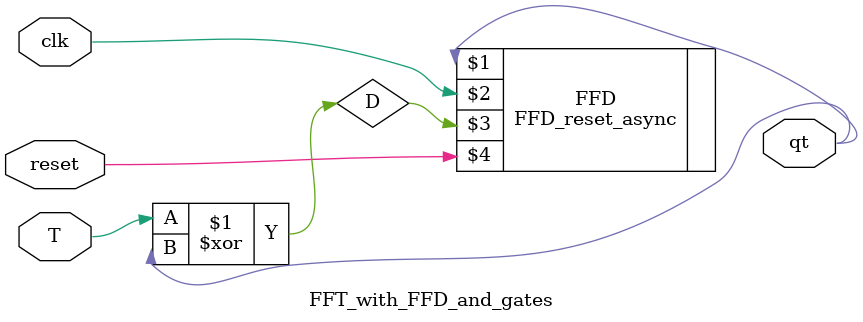
<source format=v>
module FFT_with_FFD_and_gates(
    output qt,
    input clk, T, reset
);
    wire D;
    assign D = T ^ qt;

    // Instanciat el FFD
    FFD_reset_async FFD (qt, clk, D, reset);

endmodule
</source>
